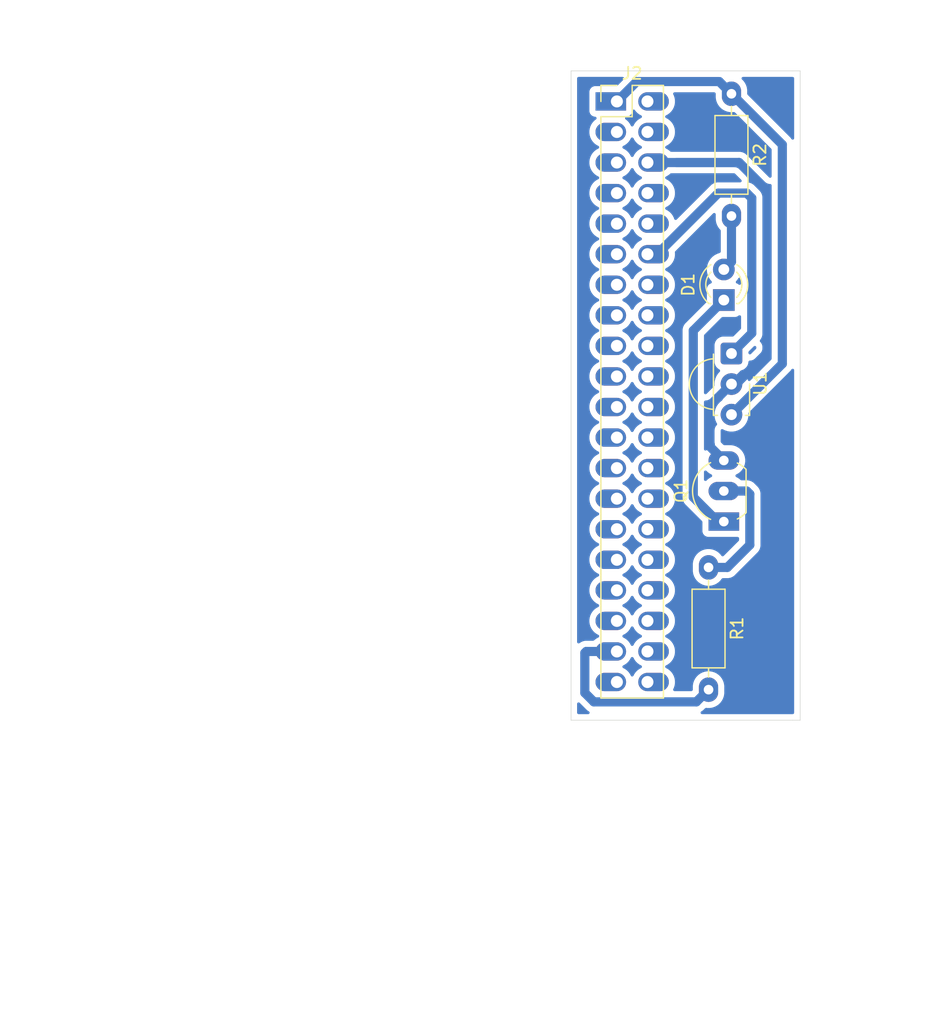
<source format=kicad_pcb>
(kicad_pcb (version 20240108) (generator "pcbnew") (generator_version "8.0")
  (layers (0 "F.Cu" signal) (31 "B.Cu" signal) (34 "B.Paste" user) (35 "F.Paste" user) (36 "B.SilkS" user "B.Silkscreen") (37 "F.SilkS" user "F.Silkscreen") (38 "B.Mask" user) (39 "F.Mask" user) (44 "Edge.Cuts" user))
  (net 0 "")
  (net 1 "Net-(D1-A)")
  (net 2 "Net-(D1-K)")
  (net 5 "Net-(J2-GPIO18{slash}PWM0)")
  (net 14 "/3V3")
  (net 27 "/GND")
  (net 37 "Net-(J2-GPIO26)")
  (net 43 "Net-(Q1-B)")
  (footprint "My_Misc:R_Axial_DIN0207_L6.3mm_D2.5mm_P10.16mm_Horizontal_large" (layer "F.Cu") (at 187.325 94.615 -90)
    (property "Reference" "R1" (at 5.08 -2.37 90) (layer "F.SilkS"))
    (property "Value" "39R")
    (fp_line (start 1.81 1.37) (end 8.35 1.37) (stroke (width 0.12)) (layer "F.SilkS"))
    (fp_line (start 8.35 1.37) (end 8.35 -1.37) (stroke (width 0.12)) (layer "F.SilkS"))
    (fp_line (start 1.04 0) (end 1.81 0) (stroke (width 0.12)) (layer "F.SilkS"))
    (fp_line (start 9.12 0) (end 8.35 0) (stroke (width 0.12)) (layer "F.SilkS"))
    (fp_line (start 1.81 -1.37) (end 1.81 1.37) (stroke (width 0.12)) (layer "F.SilkS"))
    (fp_line (start 8.35 -1.37) (end 1.81 -1.37) (stroke (width 0.12)) (layer "F.SilkS"))
    (pad "1" thru_hole oval (at 0 0 270) (size 2.032 1.6) (drill 0.8) (layers "*.Cu" "*.Mask") (net 43 "Net-(Q1-B)"))
    (pad "2" thru_hole oval (at 10.16 0 270) (size 2.032 1.6) (drill 0.8) (layers "*.Cu" "*.Mask") (net 37 "Net-(J2-GPIO26)"))
  )
  (footprint "My_RaspberryPi:RaspberryPi_Hat_2x20_pin_GPIO_larger_pads" (layer "F.Cu") (at 179.783 55.892)
    (property "Reference" "J2" (at 1.192 -2.342 0) (layer "F.SilkS"))
    (property "Value" "Raspberry_Pi_2_3_pin_ordered")
    (fp_line (start -1.408 -1.342) (end -0.078 -1.342) (stroke (width 0.12)) (layer "F.SilkS"))
    (fp_line (start -1.408 -0.012) (end -1.408 -1.342) (stroke (width 0.12)) (layer "F.SilkS"))
    (fp_line (start -1.408 1.258) (end -1.408 49.578) (stroke (width 0.12)) (layer "F.SilkS"))
    (fp_line (start -1.408 1.258) (end 1.192 1.258) (stroke (width 0.12)) (layer "F.SilkS"))
    (fp_line (start -1.408 49.578) (end 3.792 49.578) (stroke (width 0.12)) (layer "F.SilkS"))
    (fp_line (start 1.192 -1.342) (end 3.792 -1.342) (stroke (width 0.12)) (layer "F.SilkS"))
    (fp_line (start 1.192 1.258) (end 1.192 -1.342) (stroke (width 0.12)) (layer "F.SilkS"))
    (fp_line (start 3.792 -1.342) (end 3.792 49.578) (stroke (width 0.12)) (layer "F.SilkS"))
    (pad "1" thru_hole rect (at -0.078 -0.012) (size 2.54 1.524) (drill 1 (offset -0.508 0)) (layers "*.Cu" "*.Mask") (net 14 "/3V3"))
    (pad "2" thru_hole oval (at 2.462 -0.012) (size 2.54 1.524) (drill 1 (offset 0.508 0)) (layers "*.Cu" "*.Mask"))
    (pad "3" thru_hole oval (at -0.078 2.528) (size 2.54 1.524) (drill 1 (offset -0.508 0)) (layers "*.Cu" "*.Mask"))
    (pad "4" thru_hole oval (at 2.462 2.528) (size 2.54 1.524) (drill 1 (offset 0.508 0)) (layers "*.Cu" "*.Mask"))
    (pad "5" thru_hole oval (at -0.078 5.068) (size 2.54 1.524) (drill 1 (offset -0.508 0)) (layers "*.Cu" "*.Mask"))
    (pad "6" thru_hole oval (at 2.462 5.068) (size 2.54 1.524) (drill 1 (offset 0.508 0)) (layers "*.Cu" "*.Mask") (net 27 "/GND"))
    (pad "7" thru_hole oval (at -0.078 7.608) (size 2.54 1.524) (drill 1 (offset -0.508 0)) (layers "*.Cu" "*.Mask"))
    (pad "8" thru_hole oval (at 2.462 7.608) (size 2.54 1.524) (drill 1 (offset 0.508 0)) (layers "*.Cu" "*.Mask"))
    (pad "9" thru_hole oval (at -0.078 10.148) (size 2.54 1.524) (drill 1 (offset -0.508 0)) (layers "*.Cu" "*.Mask"))
    (pad "10" thru_hole oval (at 2.462 10.148) (size 2.54 1.524) (drill 1 (offset 0.508 0)) (layers "*.Cu" "*.Mask"))
    (pad "11" thru_hole oval (at -0.078 12.688) (size 2.54 1.524) (drill 1 (offset -0.508 0)) (layers "*.Cu" "*.Mask"))
    (pad "12" thru_hole oval (at 2.462 12.688) (size 2.54 1.524) (drill 1 (offset 0.508 0)) (layers "*.Cu" "*.Mask") (net 5 "Net-(J2-GPIO18{slash}PWM0)"))
    (pad "13" thru_hole oval (at -0.078 15.228) (size 2.54 1.524) (drill 1 (offset -0.508 0)) (layers "*.Cu" "*.Mask"))
    (pad "14" thru_hole oval (at 2.462 15.228) (size 2.54 1.524) (drill 1 (offset 0.508 0)) (layers "*.Cu" "*.Mask"))
    (pad "15" thru_hole oval (at -0.078 17.768) (size 2.54 1.524) (drill 1 (offset -0.508 0)) (layers "*.Cu" "*.Mask"))
    (pad "16" thru_hole oval (at 2.462 17.768) (size 2.54 1.524) (drill 1 (offset 0.508 0)) (layers "*.Cu" "*.Mask"))
    (pad "17" thru_hole oval (at -0.078 20.308) (size 2.54 1.524) (drill 1 (offset -0.508 0)) (layers "*.Cu" "*.Mask"))
    (pad "18" thru_hole oval (at 2.462 20.308) (size 2.54 1.524) (drill 1 (offset 0.508 0)) (layers "*.Cu" "*.Mask"))
    (pad "19" thru_hole oval (at -0.078 22.848) (size 2.54 1.524) (drill 1 (offset -0.508 0)) (layers "*.Cu" "*.Mask"))
    (pad "20" thru_hole oval (at 2.462 22.848) (size 2.54 1.524) (drill 1 (offset 0.508 0)) (layers "*.Cu" "*.Mask"))
    (pad "21" thru_hole oval (at -0.078 25.388) (size 2.54 1.524) (drill 1 (offset -0.508 0)) (layers "*.Cu" "*.Mask"))
    (pad "22" thru_hole oval (at 2.462 25.388) (size 2.54 1.524) (drill 1 (offset 0.508 0)) (layers "*.Cu" "*.Mask"))
    (pad "23" thru_hole oval (at -0.078 27.928) (size 2.54 1.524) (drill 1 (offset -0.508 0)) (layers "*.Cu" "*.Mask"))
    (pad "24" thru_hole oval (at 2.462 27.928) (size 2.54 1.524) (drill 1 (offset 0.508 0)) (layers "*.Cu" "*.Mask"))
    (pad "25" thru_hole oval (at -0.078 30.468) (size 2.54 1.524) (drill 1 (offset -0.508 0)) (layers "*.Cu" "*.Mask"))
    (pad "26" thru_hole oval (at 2.462 30.468) (size 2.54 1.524) (drill 1 (offset 0.508 0)) (layers "*.Cu" "*.Mask"))
    (pad "27" thru_hole oval (at -0.078 33.008) (size 2.54 1.524) (drill 1 (offset -0.508 0)) (layers "*.Cu" "*.Mask"))
    (pad "28" thru_hole oval (at 2.462 33.008) (size 2.54 1.524) (drill 1 (offset 0.508 0)) (layers "*.Cu" "*.Mask"))
    (pad "29" thru_hole oval (at -0.078 35.548) (size 2.54 1.524) (drill 1 (offset -0.508 0)) (layers "*.Cu" "*.Mask"))
    (pad "30" thru_hole oval (at 2.462 35.548) (size 2.54 1.524) (drill 1 (offset 0.508 0)) (layers "*.Cu" "*.Mask"))
    (pad "31" thru_hole oval (at -0.078 38.088) (size 2.54 1.524) (drill 1 (offset -0.508 0)) (layers "*.Cu" "*.Mask"))
    (pad "32" thru_hole oval (at 2.462 38.088) (size 2.54 1.524) (drill 1 (offset 0.508 0)) (layers "*.Cu" "*.Mask"))
    (pad "33" thru_hole oval (at -0.078 40.628) (size 2.54 1.524) (drill 1 (offset -0.508 0)) (layers "*.Cu" "*.Mask"))
    (pad "34" thru_hole oval (at 2.462 40.628) (size 2.54 1.524) (drill 1 (offset 0.508 0)) (layers "*.Cu" "*.Mask"))
    (pad "35" thru_hole oval (at -0.078 43.168) (size 2.54 1.524) (drill 1 (offset -0.508 0)) (layers "*.Cu" "*.Mask"))
    (pad "36" thru_hole oval (at 2.462 43.168) (size 2.54 1.524) (drill 1 (offset 0.508 0)) (layers "*.Cu" "*.Mask"))
    (pad "37" thru_hole oval (at -0.078 45.708) (size 2.54 1.524) (drill 1 (offset -0.508 0)) (layers "*.Cu" "*.Mask") (net 37 "Net-(J2-GPIO26)"))
    (pad "38" thru_hole oval (at 2.462 45.708) (size 2.54 1.524) (drill 1 (offset 0.508 0)) (layers "*.Cu" "*.Mask"))
    (pad "39" thru_hole oval (at -0.078 48.248) (size 2.54 1.524) (drill 1 (offset -0.508 0)) (layers "*.Cu" "*.Mask"))
    (pad "40" thru_hole oval (at 2.462 48.248) (size 2.54 1.524) (drill 1 (offset 0.508 0)) (layers "*.Cu" "*.Mask"))
  )
  (footprint "LED_THT:LED_D3.0mm_IRBlack" (layer "F.Cu") (at 188.595 72.39 90)
    (property "Reference" "D1" (at 1.27 -2.96 90) (layer "F.SilkS"))
    (property "Value" "TSAL4400")
    (fp_line (start -0.29 -1.236) (end -0.29 -1.08) (stroke (width 0.12)) (layer "F.SilkS"))
    (fp_line (start -0.29 1.08) (end -0.29 1.236) (stroke (width 0.12)) (layer "F.SilkS"))
    (fp_arc (start -0.29 -1.235516) (mid 1.365624 -1.987701) (end 2.941397 -1.080061) (stroke (width 0.12)) (layer "F.SilkS"))
    (fp_arc (start 0.229039 -1.08) (mid 1.269965 -1.5) (end 2.31091 -1.080049) (stroke (width 0.12)) (layer "F.SilkS"))
    (fp_arc (start 2.31091 1.080049) (mid 1.269965 1.5) (end 0.229039 1.08) (stroke (width 0.12)) (layer "F.SilkS"))
    (fp_arc (start 2.941397 1.080061) (mid 1.365624 1.987701) (end -0.29 1.235516) (stroke (width 0.12)) (layer "F.SilkS"))
    (pad "1" thru_hole rect (at 0 0 90) (size 1.8 1.8) (drill 0.9) (layers "*.Cu" "*.Mask") (net 2 "Net-(D1-K)"))
    (pad "2" thru_hole circle (at 2.54 0 90) (size 1.8 1.8) (drill 0.9) (layers "*.Cu" "*.Mask") (net 1 "Net-(D1-A)"))
  )
  (footprint "My_Misc:TO-92_Inline_Wide_large" (layer "F.Cu") (at 188.595 90.805 90)
    (property "Reference" "Q1" (at 2.54 -3.56 90) (layer "F.SilkS"))
    (property "Value" "BC547B")
    (fp_line (start 0.74 1.85) (end 4.34 1.85) (stroke (width 0.12)) (layer "F.SilkS"))
    (fp_arc (start 2.54 -2.6) (mid 3.936979 -2.192818) (end 4.8964 -1.098807) (stroke (width 0.12)) (layer "F.SilkS"))
    (fp_arc (start 0.1836 -1.098807) (mid 1.143021 -2.192817) (end 2.54 -2.6) (stroke (width 0.12)) (layer "F.SilkS"))
    (fp_arc (start 4.864184 1.122795) (mid 4.633903 1.509328) (end 4.34 1.85) (stroke (width 0.12)) (layer "F.SilkS"))
    (fp_arc (start 0.74 1.85) (mid 0.446097 1.509328) (end 0.215816 1.122795) (stroke (width 0.12)) (layer "F.SilkS"))
    (pad "1" thru_hole rect (at 0 0 90) (size 1.524 2.54) (drill 0.8) (layers "*.Cu" "*.Mask") (net 2 "Net-(D1-K)"))
    (pad "2" thru_hole oval (at 2.54 0 90) (size 1.524 2.54) (drill 0.8) (layers "*.Cu" "*.Mask") (net 43 "Net-(Q1-B)"))
    (pad "3" thru_hole oval (at 5.08 0 90) (size 1.524 2.54) (drill 0.8) (layers "*.Cu" "*.Mask") (net 27 "/GND"))
  )
  (footprint "OptoDevice:Vishay_MINICAST-3Pin" (layer "F.Cu") (at 189.23 76.835 -90)
    (property "Reference" "U1" (at 2.5 -2.4 90) (layer "F.SilkS"))
    (property "Value" "TSOP38238")
    (fp_line (start 5.14 1.5) (end 0.05 1.5) (stroke (width 0.12)) (layer "F.SilkS"))
    (fp_line (start 5.14 1.16) (end 5.14 1.5) (stroke (width 0.12)) (layer "F.SilkS"))
    (fp_line (start 5.14 -1.16) (end 5.14 -1.51) (stroke (width 0.12)) (layer "F.SilkS"))
    (fp_line (start 5.14 -1.51) (end 2.54 -1.51) (stroke (width 0.12)) (layer "F.SilkS"))
    (fp_arc (start 4.64 1.5) (mid 2.540869 3.502379) (end 0.440083 1.501736) (stroke (width 0.12)) (layer "F.SilkS"))
    (pad "1" thru_hole roundrect (at 0 0 270) (size 1.8 1.8) (drill 0.9) (layers "*.Cu" "*.Mask") (roundrect_rratio 0.139) (net 5 "Net-(J2-GPIO18{slash}PWM0)"))
    (pad "2" thru_hole circle (at 2.54 0 270) (size 1.8 1.8) (drill 0.9) (layers "*.Cu" "*.Mask") (net 27 "/GND"))
    (pad "3" thru_hole circle (at 5.08 0 270) (size 1.8 1.8) (drill 0.9) (layers "*.Cu" "*.Mask") (net 14 "/3V3"))
  )
  (footprint "My_Misc:R_Axial_DIN0207_L6.3mm_D2.5mm_P10.16mm_Horizontal_large" (layer "F.Cu") (at 189.23 55.245 -90)
    (property "Reference" "R2" (at 5.08 -2.37 90) (layer "F.SilkS"))
    (property "Value" "22R")
    (fp_line (start 1.81 1.37) (end 8.35 1.37) (stroke (width 0.12)) (layer "F.SilkS"))
    (fp_line (start 8.35 1.37) (end 8.35 -1.37) (stroke (width 0.12)) (layer "F.SilkS"))
    (fp_line (start 1.04 0) (end 1.81 0) (stroke (width 0.12)) (layer "F.SilkS"))
    (fp_line (start 9.12 0) (end 8.35 0) (stroke (width 0.12)) (layer "F.SilkS"))
    (fp_line (start 1.81 -1.37) (end 1.81 1.37) (stroke (width 0.12)) (layer "F.SilkS"))
    (fp_line (start 8.35 -1.37) (end 1.81 -1.37) (stroke (width 0.12)) (layer "F.SilkS"))
    (pad "1" thru_hole oval (at 0 0 270) (size 2.032 1.6) (drill 0.8) (layers "*.Cu" "*.Mask") (net 14 "/3V3"))
    (pad "2" thru_hole oval (at 10.16 0 270) (size 2.032 1.6) (drill 0.8) (layers "*.Cu" "*.Mask") (net 1 "Net-(D1-A)"))
  )
  (gr_line (start 194.31 53.34) (end 194.945 53.34) (stroke (width 0.05)) (layer "Edge.Cuts"))
  (gr_line (start 175.895 53.34) (end 194.31 53.34) (stroke (width 0.05)) (layer "Edge.Cuts"))
  (gr_line (start 175.895 107.315) (end 175.895 53.34) (stroke (width 0.05)) (layer "Edge.Cuts"))
  (gr_line (start 194.945 53.34) (end 194.945 107.315) (stroke (width 0.05)) (layer "Edge.Cuts"))
  (gr_line (start 194.945 107.315) (end 194.31 107.315) (stroke (width 0.05)) (layer "Edge.Cuts"))
  (gr_line (start 194.31 107.315) (end 175.895 107.315) (stroke (width 0.05)) (layer "Edge.Cuts"))
  (segment (start 189.23 69.215) (end 188.595 69.85) (width 0.762) (layer "B.Cu") (net 1))
  (segment (start 189.23 65.405) (end 189.23 69.215) (width 0.762) (layer "B.Cu") (net 1))
  (segment (start 186.055 88.773) (end 186.055 74.93) (width 0.762) (layer "B.Cu") (net 2))
  (segment (start 186.055 74.93) (end 188.595 72.39) (width 0.762) (layer "B.Cu") (net 2))
  (segment (start 188.595 90.805) (end 188.087 90.805) (width 0.762) (layer "B.Cu") (net 2))
  (segment (start 188.087 90.805) (end 186.055 88.773) (width 0.762) (layer "B.Cu") (net 2))
  (segment (start 189.23 76.835) (end 190.919 75.146) (width 0.762) (layer "B.Cu") (net 5))
  (segment (start 190.5 63.5) (end 188.135867 63.5) (width 0.762) (layer "B.Cu") (net 5))
  (segment (start 183.055867 68.58) (end 182.245 68.58) (width 0.762) (layer "B.Cu") (net 5))
  (segment (start 190.919 63.919) (end 190.5 63.5) (width 0.762) (layer "B.Cu") (net 5))
  (segment (start 190.919 75.146) (end 190.919 63.919) (width 0.762) (layer "B.Cu") (net 5))
  (segment (start 188.135867 63.5) (end 183.055867 68.58) (width 0.762) (layer "B.Cu") (net 5))
  (segment (start 181.356 54.229) (end 179.705 55.88) (width 0.762) (layer "B.Cu") (net 14))
  (segment (start 193.459 59.474) (end 189.23 55.245) (width 0.762) (layer "B.Cu") (net 14))
  (segment (start 188.214 54.229) (end 181.356 54.229) (width 0.762) (layer "B.Cu") (net 14))
  (segment (start 189.23 55.245) (end 188.214 54.229) (width 0.762) (layer "B.Cu") (net 14))
  (segment (start 193.459 77.686) (end 193.459 59.474) (width 0.762) (layer "B.Cu") (net 14))
  (segment (start 189.23 81.915) (end 193.459 77.686) (width 0.762) (layer "B.Cu") (net 14))
  (segment (start 192.189 63.284) (end 189.865 60.96) (width 0.762) (layer "B.Cu") (net 27))
  (segment (start 189.865 60.96) (end 182.245 60.96) (width 0.762) (layer "B.Cu") (net 27))
  (segment (start 189.23 79.375) (end 189.607604 79.375) (width 0.762) (layer "B.Cu") (net 27))
  (segment (start 192.189 76.793604) (end 192.189 63.284) (width 0.762) (layer "B.Cu") (net 27))
  (segment (start 187.441 84.571) (end 187.441 81.164) (width 0.762) (layer "B.Cu") (net 27))
  (segment (start 189.607604 79.375) (end 192.189 76.793604) (width 0.762) (layer "B.Cu") (net 27))
  (segment (start 187.441 81.164) (end 189.23 79.375) (width 0.762) (layer "B.Cu") (net 27))
  (segment (start 188.595 85.725) (end 187.441 84.571) (width 0.762) (layer "B.Cu") (net 27))
  (segment (start 177.165 101.6) (end 179.705 101.6) (width 0.762) (layer "B.Cu") (net 37))
  (segment (start 187.325 104.775) (end 186.309 105.791) (width 0.762) (layer "B.Cu") (net 37))
  (segment (start 177.038 101.727) (end 177.165 101.6) (width 0.762) (layer "B.Cu") (net 37))
  (segment (start 177.792 105.791) (end 177.038 105.037) (width 0.762) (layer "B.Cu") (net 37))
  (segment (start 186.309 105.791) (end 177.792 105.791) (width 0.762) (layer "B.Cu") (net 37))
  (segment (start 177.038 105.037) (end 177.038 101.727) (width 0.762) (layer "B.Cu") (net 37))
  (segment (start 188.887 94.615) (end 190.754 92.748) (width 0.762) (layer "B.Cu") (net 43))
  (segment (start 190.754 88.519) (end 190.5 88.265) (width 0.762) (layer "B.Cu") (net 43))
  (segment (start 190.5 88.265) (end 188.595 88.265) (width 0.762) (layer "B.Cu") (net 43))
  (segment (start 190.754 92.748) (end 190.754 88.519) (width 0.762) (layer "B.Cu") (net 43))
  (segment (start 187.325 94.615) (end 188.887 94.615) (width 0.762) (layer "B.Cu") (net 43))
  (zone (net 0) (net_name "") (layer "B.Cu") (priority 1) (connect_pads (clearance 0.5)) (min_thickness 0.25) (fill yes (thermal_gap 0.5) (thermal_bridge_width 0.5) (island_removal_mode 1) (island_area_min 9.999999))
    (polygon (pts (xy 173.355 50.8) (xy 198.755 50.8) (xy 198.755 111.125) (xy 173.355 111.125)))
  )
  (zone (net 27) (net_name "/GND") (layer "B.Cu") (connect_pads (clearance 0.5)) (min_thickness 0.25) (fill yes (thermal_gap 0.5) (thermal_bridge_width 0.5))
    (polygon (pts (xy 174.625 52.07) (xy 196.85 52.07) (xy 196.85 109.22) (xy 174.625 109.22)))
  )
)
</source>
